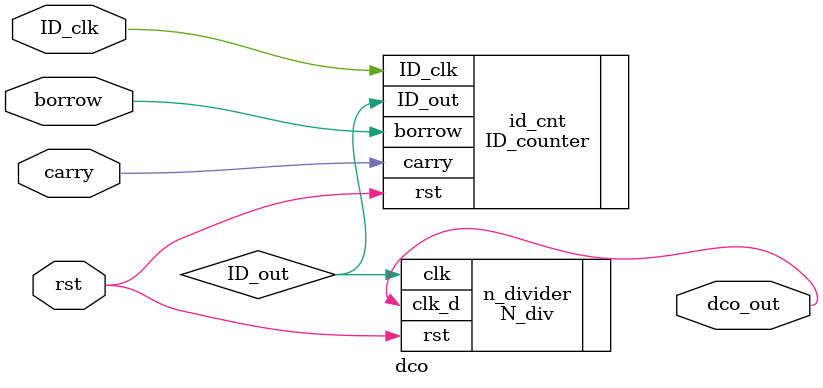
<source format=v>
module dco(
    input carry, borrow, ID_clk, rst,
    output dco_out
);
    wire ID_out;
    ID_counter id_cnt(
        .carry(carry),
        .borrow(borrow),
        .ID_clk(ID_clk),
        .rst(rst),
        .ID_out(ID_out)
    );

    N_div n_divider(
        .clk(ID_out),
        .rst(rst),
        .clk_d(dco_out)
    );

endmodule
</source>
